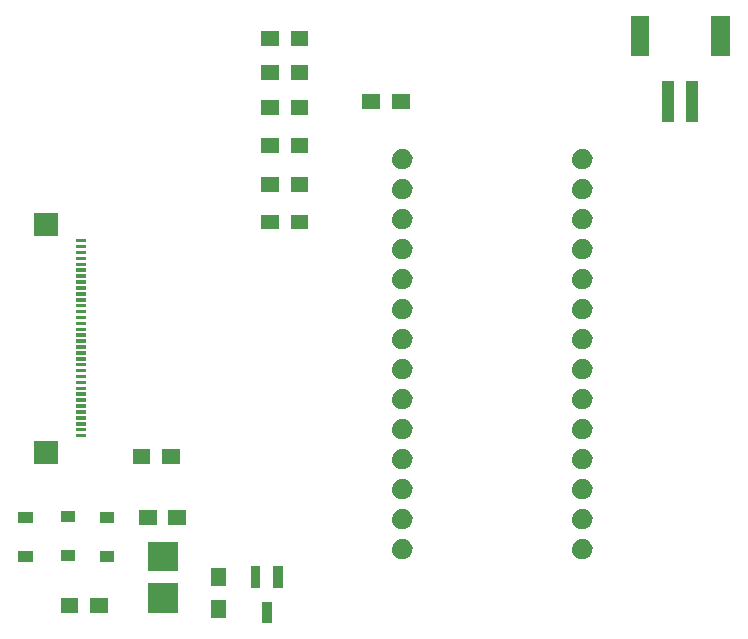
<source format=gts>
G04 #@! TF.FileFunction,Soldermask,Top*
%FSLAX46Y46*%
G04 Gerber Fmt 4.6, Leading zero omitted, Abs format (unit mm)*
G04 Created by KiCad (PCBNEW 4.0.6) date Wed Aug 30 21:06:07 2017*
%MOMM*%
%LPD*%
G01*
G04 APERTURE LIST*
%ADD10C,0.100000*%
G04 APERTURE END LIST*
D10*
G36*
X96188170Y-84737730D02*
X95388070Y-84737730D01*
X95388070Y-82936870D01*
X96188170Y-82936870D01*
X96188170Y-84737730D01*
X96188170Y-84737730D01*
G37*
G36*
X92318120Y-84286160D02*
X91018120Y-84286160D01*
X91018120Y-82786160D01*
X92318120Y-82786160D01*
X92318120Y-84286160D01*
X92318120Y-84286160D01*
G37*
G36*
X82317340Y-83858260D02*
X80817340Y-83858260D01*
X80817340Y-82608260D01*
X82317340Y-82608260D01*
X82317340Y-83858260D01*
X82317340Y-83858260D01*
G37*
G36*
X79817340Y-83858260D02*
X78317340Y-83858260D01*
X78317340Y-82608260D01*
X79817340Y-82608260D01*
X79817340Y-83858260D01*
X79817340Y-83858260D01*
G37*
G36*
X88258120Y-83836160D02*
X85758120Y-83836160D01*
X85758120Y-81336160D01*
X88258120Y-81336160D01*
X88258120Y-83836160D01*
X88258120Y-83836160D01*
G37*
G36*
X97138170Y-81735450D02*
X96338070Y-81735450D01*
X96338070Y-79934590D01*
X97138170Y-79934590D01*
X97138170Y-81735450D01*
X97138170Y-81735450D01*
G37*
G36*
X95238170Y-81735450D02*
X94438070Y-81735450D01*
X94438070Y-79934590D01*
X95238170Y-79934590D01*
X95238170Y-81735450D01*
X95238170Y-81735450D01*
G37*
G36*
X92318120Y-81586160D02*
X91018120Y-81586160D01*
X91018120Y-80086160D01*
X92318120Y-80086160D01*
X92318120Y-81586160D01*
X92318120Y-81586160D01*
G37*
G36*
X88258120Y-80336160D02*
X85758120Y-80336160D01*
X85758120Y-77836160D01*
X88258120Y-77836160D01*
X88258120Y-80336160D01*
X88258120Y-80336160D01*
G37*
G36*
X82865360Y-79539680D02*
X81645360Y-79539680D01*
X81645360Y-78629680D01*
X82865360Y-78629680D01*
X82865360Y-79539680D01*
X82865360Y-79539680D01*
G37*
G36*
X75964180Y-79539680D02*
X74744180Y-79539680D01*
X74744180Y-78629680D01*
X75964180Y-78629680D01*
X75964180Y-79539680D01*
X75964180Y-79539680D01*
G37*
G36*
X79568440Y-79455860D02*
X78348440Y-79455860D01*
X78348440Y-78545860D01*
X79568440Y-78545860D01*
X79568440Y-79455860D01*
X79568440Y-79455860D01*
G37*
G36*
X107338826Y-77603134D02*
X107504731Y-77637189D01*
X107660858Y-77702819D01*
X107801260Y-77797520D01*
X107920605Y-77917702D01*
X108014324Y-78058760D01*
X108078864Y-78215346D01*
X108111707Y-78381215D01*
X108111707Y-78381227D01*
X108111757Y-78381480D01*
X108109056Y-78574922D01*
X108108998Y-78575177D01*
X108108998Y-78575183D01*
X108071536Y-78740073D01*
X108002650Y-78894794D01*
X107905027Y-79033183D01*
X107782377Y-79149981D01*
X107639384Y-79240727D01*
X107481480Y-79301974D01*
X107314698Y-79331383D01*
X107145369Y-79327835D01*
X106979960Y-79291468D01*
X106824767Y-79223666D01*
X106685696Y-79127009D01*
X106568046Y-79005179D01*
X106476301Y-78862818D01*
X106413956Y-78705354D01*
X106383383Y-78538772D01*
X106385748Y-78369428D01*
X106420959Y-78203771D01*
X106487678Y-78048104D01*
X106583363Y-77908360D01*
X106704363Y-77789868D01*
X106846080Y-77697131D01*
X107003113Y-77633685D01*
X107169470Y-77601951D01*
X107338826Y-77603134D01*
X107338826Y-77603134D01*
G37*
G36*
X122578826Y-77603134D02*
X122744731Y-77637189D01*
X122900858Y-77702819D01*
X123041260Y-77797520D01*
X123160605Y-77917702D01*
X123254324Y-78058760D01*
X123318864Y-78215346D01*
X123351707Y-78381215D01*
X123351707Y-78381227D01*
X123351757Y-78381480D01*
X123349056Y-78574922D01*
X123348998Y-78575177D01*
X123348998Y-78575183D01*
X123311536Y-78740073D01*
X123242650Y-78894794D01*
X123145027Y-79033183D01*
X123022377Y-79149981D01*
X122879384Y-79240727D01*
X122721480Y-79301974D01*
X122554698Y-79331383D01*
X122385369Y-79327835D01*
X122219960Y-79291468D01*
X122064767Y-79223666D01*
X121925696Y-79127009D01*
X121808046Y-79005179D01*
X121716301Y-78862818D01*
X121653956Y-78705354D01*
X121623383Y-78538772D01*
X121625748Y-78369428D01*
X121660959Y-78203771D01*
X121727678Y-78048104D01*
X121823363Y-77908360D01*
X121944363Y-77789868D01*
X122086080Y-77697131D01*
X122243113Y-77633685D01*
X122409470Y-77601951D01*
X122578826Y-77603134D01*
X122578826Y-77603134D01*
G37*
G36*
X122578826Y-75063134D02*
X122744731Y-75097189D01*
X122900858Y-75162819D01*
X123041260Y-75257520D01*
X123160605Y-75377702D01*
X123254324Y-75518760D01*
X123318864Y-75675346D01*
X123351707Y-75841215D01*
X123351707Y-75841227D01*
X123351757Y-75841480D01*
X123349056Y-76034922D01*
X123348998Y-76035177D01*
X123348998Y-76035183D01*
X123311536Y-76200073D01*
X123242650Y-76354794D01*
X123145027Y-76493183D01*
X123022377Y-76609981D01*
X122879384Y-76700727D01*
X122721480Y-76761974D01*
X122554698Y-76791383D01*
X122385369Y-76787835D01*
X122219960Y-76751468D01*
X122064767Y-76683666D01*
X121925696Y-76587009D01*
X121808046Y-76465179D01*
X121716301Y-76322818D01*
X121653956Y-76165354D01*
X121623383Y-75998772D01*
X121625748Y-75829428D01*
X121660959Y-75663771D01*
X121727678Y-75508104D01*
X121823363Y-75368360D01*
X121944363Y-75249868D01*
X122086080Y-75157131D01*
X122243113Y-75093685D01*
X122409470Y-75061951D01*
X122578826Y-75063134D01*
X122578826Y-75063134D01*
G37*
G36*
X107338826Y-75063134D02*
X107504731Y-75097189D01*
X107660858Y-75162819D01*
X107801260Y-75257520D01*
X107920605Y-75377702D01*
X108014324Y-75518760D01*
X108078864Y-75675346D01*
X108111707Y-75841215D01*
X108111707Y-75841227D01*
X108111757Y-75841480D01*
X108109056Y-76034922D01*
X108108998Y-76035177D01*
X108108998Y-76035183D01*
X108071536Y-76200073D01*
X108002650Y-76354794D01*
X107905027Y-76493183D01*
X107782377Y-76609981D01*
X107639384Y-76700727D01*
X107481480Y-76761974D01*
X107314698Y-76791383D01*
X107145369Y-76787835D01*
X106979960Y-76751468D01*
X106824767Y-76683666D01*
X106685696Y-76587009D01*
X106568046Y-76465179D01*
X106476301Y-76322818D01*
X106413956Y-76165354D01*
X106383383Y-75998772D01*
X106385748Y-75829428D01*
X106420959Y-75663771D01*
X106487678Y-75508104D01*
X106583363Y-75368360D01*
X106704363Y-75249868D01*
X106846080Y-75157131D01*
X107003113Y-75093685D01*
X107169470Y-75061951D01*
X107338826Y-75063134D01*
X107338826Y-75063134D01*
G37*
G36*
X86438120Y-76431160D02*
X84938120Y-76431160D01*
X84938120Y-75181160D01*
X86438120Y-75181160D01*
X86438120Y-76431160D01*
X86438120Y-76431160D01*
G37*
G36*
X88938120Y-76431160D02*
X87438120Y-76431160D01*
X87438120Y-75181160D01*
X88938120Y-75181160D01*
X88938120Y-76431160D01*
X88938120Y-76431160D01*
G37*
G36*
X75964180Y-76269680D02*
X74744180Y-76269680D01*
X74744180Y-75359680D01*
X75964180Y-75359680D01*
X75964180Y-76269680D01*
X75964180Y-76269680D01*
G37*
G36*
X82865360Y-76269680D02*
X81645360Y-76269680D01*
X81645360Y-75359680D01*
X82865360Y-75359680D01*
X82865360Y-76269680D01*
X82865360Y-76269680D01*
G37*
G36*
X79568440Y-76185860D02*
X78348440Y-76185860D01*
X78348440Y-75275860D01*
X79568440Y-75275860D01*
X79568440Y-76185860D01*
X79568440Y-76185860D01*
G37*
G36*
X122578826Y-72523134D02*
X122744731Y-72557189D01*
X122900858Y-72622819D01*
X123041260Y-72717520D01*
X123160605Y-72837702D01*
X123254324Y-72978760D01*
X123318864Y-73135346D01*
X123351707Y-73301215D01*
X123351707Y-73301227D01*
X123351757Y-73301480D01*
X123349056Y-73494922D01*
X123348998Y-73495177D01*
X123348998Y-73495183D01*
X123311536Y-73660073D01*
X123242650Y-73814794D01*
X123145027Y-73953183D01*
X123022377Y-74069981D01*
X122879384Y-74160727D01*
X122721480Y-74221974D01*
X122554698Y-74251383D01*
X122385369Y-74247835D01*
X122219960Y-74211468D01*
X122064767Y-74143666D01*
X121925696Y-74047009D01*
X121808046Y-73925179D01*
X121716301Y-73782818D01*
X121653956Y-73625354D01*
X121623383Y-73458772D01*
X121625748Y-73289428D01*
X121660959Y-73123771D01*
X121727678Y-72968104D01*
X121823363Y-72828360D01*
X121944363Y-72709868D01*
X122086080Y-72617131D01*
X122243113Y-72553685D01*
X122409470Y-72521951D01*
X122578826Y-72523134D01*
X122578826Y-72523134D01*
G37*
G36*
X107338826Y-72523134D02*
X107504731Y-72557189D01*
X107660858Y-72622819D01*
X107801260Y-72717520D01*
X107920605Y-72837702D01*
X108014324Y-72978760D01*
X108078864Y-73135346D01*
X108111707Y-73301215D01*
X108111707Y-73301227D01*
X108111757Y-73301480D01*
X108109056Y-73494922D01*
X108108998Y-73495177D01*
X108108998Y-73495183D01*
X108071536Y-73660073D01*
X108002650Y-73814794D01*
X107905027Y-73953183D01*
X107782377Y-74069981D01*
X107639384Y-74160727D01*
X107481480Y-74221974D01*
X107314698Y-74251383D01*
X107145369Y-74247835D01*
X106979960Y-74211468D01*
X106824767Y-74143666D01*
X106685696Y-74047009D01*
X106568046Y-73925179D01*
X106476301Y-73782818D01*
X106413956Y-73625354D01*
X106383383Y-73458772D01*
X106385748Y-73289428D01*
X106420959Y-73123771D01*
X106487678Y-72968104D01*
X106583363Y-72828360D01*
X106704363Y-72709868D01*
X106846080Y-72617131D01*
X107003113Y-72553685D01*
X107169470Y-72521951D01*
X107338826Y-72523134D01*
X107338826Y-72523134D01*
G37*
G36*
X107338826Y-69983134D02*
X107504731Y-70017189D01*
X107660858Y-70082819D01*
X107801260Y-70177520D01*
X107920605Y-70297702D01*
X108014324Y-70438760D01*
X108078864Y-70595346D01*
X108111707Y-70761215D01*
X108111707Y-70761227D01*
X108111757Y-70761480D01*
X108109056Y-70954922D01*
X108108998Y-70955177D01*
X108108998Y-70955183D01*
X108071536Y-71120073D01*
X108002650Y-71274794D01*
X107905027Y-71413183D01*
X107782377Y-71529981D01*
X107639384Y-71620727D01*
X107481480Y-71681974D01*
X107314698Y-71711383D01*
X107145369Y-71707835D01*
X106979960Y-71671468D01*
X106824767Y-71603666D01*
X106685696Y-71507009D01*
X106568046Y-71385179D01*
X106476301Y-71242818D01*
X106413956Y-71085354D01*
X106383383Y-70918772D01*
X106385748Y-70749428D01*
X106420959Y-70583771D01*
X106487678Y-70428104D01*
X106583363Y-70288360D01*
X106704363Y-70169868D01*
X106846080Y-70077131D01*
X107003113Y-70013685D01*
X107169470Y-69981951D01*
X107338826Y-69983134D01*
X107338826Y-69983134D01*
G37*
G36*
X122578826Y-69983134D02*
X122744731Y-70017189D01*
X122900858Y-70082819D01*
X123041260Y-70177520D01*
X123160605Y-70297702D01*
X123254324Y-70438760D01*
X123318864Y-70595346D01*
X123351707Y-70761215D01*
X123351707Y-70761227D01*
X123351757Y-70761480D01*
X123349056Y-70954922D01*
X123348998Y-70955177D01*
X123348998Y-70955183D01*
X123311536Y-71120073D01*
X123242650Y-71274794D01*
X123145027Y-71413183D01*
X123022377Y-71529981D01*
X122879384Y-71620727D01*
X122721480Y-71681974D01*
X122554698Y-71711383D01*
X122385369Y-71707835D01*
X122219960Y-71671468D01*
X122064767Y-71603666D01*
X121925696Y-71507009D01*
X121808046Y-71385179D01*
X121716301Y-71242818D01*
X121653956Y-71085354D01*
X121623383Y-70918772D01*
X121625748Y-70749428D01*
X121660959Y-70583771D01*
X121727678Y-70428104D01*
X121823363Y-70288360D01*
X121944363Y-70169868D01*
X122086080Y-70077131D01*
X122243113Y-70013685D01*
X122409470Y-69981951D01*
X122578826Y-69983134D01*
X122578826Y-69983134D01*
G37*
G36*
X78078840Y-71281800D02*
X76078840Y-71281800D01*
X76078840Y-69281800D01*
X78078840Y-69281800D01*
X78078840Y-71281800D01*
X78078840Y-71281800D01*
G37*
G36*
X85918120Y-71221160D02*
X84418120Y-71221160D01*
X84418120Y-69971160D01*
X85918120Y-69971160D01*
X85918120Y-71221160D01*
X85918120Y-71221160D01*
G37*
G36*
X88418120Y-71221160D02*
X86918120Y-71221160D01*
X86918120Y-69971160D01*
X88418120Y-69971160D01*
X88418120Y-71221160D01*
X88418120Y-71221160D01*
G37*
G36*
X122578826Y-67443134D02*
X122744731Y-67477189D01*
X122900858Y-67542819D01*
X123041260Y-67637520D01*
X123160605Y-67757702D01*
X123254324Y-67898760D01*
X123318864Y-68055346D01*
X123351707Y-68221215D01*
X123351707Y-68221227D01*
X123351757Y-68221480D01*
X123349056Y-68414922D01*
X123348998Y-68415177D01*
X123348998Y-68415183D01*
X123311536Y-68580073D01*
X123242650Y-68734794D01*
X123145027Y-68873183D01*
X123022377Y-68989981D01*
X122879384Y-69080727D01*
X122721480Y-69141974D01*
X122554698Y-69171383D01*
X122385369Y-69167835D01*
X122219960Y-69131468D01*
X122064767Y-69063666D01*
X121925696Y-68967009D01*
X121808046Y-68845179D01*
X121716301Y-68702818D01*
X121653956Y-68545354D01*
X121623383Y-68378772D01*
X121625748Y-68209428D01*
X121660959Y-68043771D01*
X121727678Y-67888104D01*
X121823363Y-67748360D01*
X121944363Y-67629868D01*
X122086080Y-67537131D01*
X122243113Y-67473685D01*
X122409470Y-67441951D01*
X122578826Y-67443134D01*
X122578826Y-67443134D01*
G37*
G36*
X107338826Y-67443134D02*
X107504731Y-67477189D01*
X107660858Y-67542819D01*
X107801260Y-67637520D01*
X107920605Y-67757702D01*
X108014324Y-67898760D01*
X108078864Y-68055346D01*
X108111707Y-68221215D01*
X108111707Y-68221227D01*
X108111757Y-68221480D01*
X108109056Y-68414922D01*
X108108998Y-68415177D01*
X108108998Y-68415183D01*
X108071536Y-68580073D01*
X108002650Y-68734794D01*
X107905027Y-68873183D01*
X107782377Y-68989981D01*
X107639384Y-69080727D01*
X107481480Y-69141974D01*
X107314698Y-69171383D01*
X107145369Y-69167835D01*
X106979960Y-69131468D01*
X106824767Y-69063666D01*
X106685696Y-68967009D01*
X106568046Y-68845179D01*
X106476301Y-68702818D01*
X106413956Y-68545354D01*
X106383383Y-68378772D01*
X106385748Y-68209428D01*
X106420959Y-68043771D01*
X106487678Y-67888104D01*
X106583363Y-67748360D01*
X106704363Y-67629868D01*
X106846080Y-67537131D01*
X107003113Y-67473685D01*
X107169470Y-67441951D01*
X107338826Y-67443134D01*
X107338826Y-67443134D01*
G37*
G36*
X80431840Y-69004800D02*
X79631840Y-69004800D01*
X79631840Y-68704800D01*
X80431840Y-68704800D01*
X80431840Y-69004800D01*
X80431840Y-69004800D01*
G37*
G36*
X80431840Y-68504800D02*
X79631840Y-68504800D01*
X79631840Y-68204800D01*
X80431840Y-68204800D01*
X80431840Y-68504800D01*
X80431840Y-68504800D01*
G37*
G36*
X80431840Y-68004800D02*
X79631840Y-68004800D01*
X79631840Y-67704800D01*
X80431840Y-67704800D01*
X80431840Y-68004800D01*
X80431840Y-68004800D01*
G37*
G36*
X80431840Y-67504800D02*
X79631840Y-67504800D01*
X79631840Y-67204800D01*
X80431840Y-67204800D01*
X80431840Y-67504800D01*
X80431840Y-67504800D01*
G37*
G36*
X80431840Y-67004800D02*
X79631840Y-67004800D01*
X79631840Y-66704800D01*
X80431840Y-66704800D01*
X80431840Y-67004800D01*
X80431840Y-67004800D01*
G37*
G36*
X122578826Y-64903134D02*
X122744731Y-64937189D01*
X122900858Y-65002819D01*
X123041260Y-65097520D01*
X123160605Y-65217702D01*
X123254324Y-65358760D01*
X123318864Y-65515346D01*
X123351707Y-65681215D01*
X123351707Y-65681227D01*
X123351757Y-65681480D01*
X123349056Y-65874922D01*
X123348998Y-65875177D01*
X123348998Y-65875183D01*
X123311536Y-66040073D01*
X123242650Y-66194794D01*
X123145027Y-66333183D01*
X123022377Y-66449981D01*
X122879384Y-66540727D01*
X122721480Y-66601974D01*
X122554698Y-66631383D01*
X122385369Y-66627835D01*
X122219960Y-66591468D01*
X122064767Y-66523666D01*
X121925696Y-66427009D01*
X121808046Y-66305179D01*
X121716301Y-66162818D01*
X121653956Y-66005354D01*
X121623383Y-65838772D01*
X121625748Y-65669428D01*
X121660959Y-65503771D01*
X121727678Y-65348104D01*
X121823363Y-65208360D01*
X121944363Y-65089868D01*
X122086080Y-64997131D01*
X122243113Y-64933685D01*
X122409470Y-64901951D01*
X122578826Y-64903134D01*
X122578826Y-64903134D01*
G37*
G36*
X107338826Y-64903134D02*
X107504731Y-64937189D01*
X107660858Y-65002819D01*
X107801260Y-65097520D01*
X107920605Y-65217702D01*
X108014324Y-65358760D01*
X108078864Y-65515346D01*
X108111707Y-65681215D01*
X108111707Y-65681227D01*
X108111757Y-65681480D01*
X108109056Y-65874922D01*
X108108998Y-65875177D01*
X108108998Y-65875183D01*
X108071536Y-66040073D01*
X108002650Y-66194794D01*
X107905027Y-66333183D01*
X107782377Y-66449981D01*
X107639384Y-66540727D01*
X107481480Y-66601974D01*
X107314698Y-66631383D01*
X107145369Y-66627835D01*
X106979960Y-66591468D01*
X106824767Y-66523666D01*
X106685696Y-66427009D01*
X106568046Y-66305179D01*
X106476301Y-66162818D01*
X106413956Y-66005354D01*
X106383383Y-65838772D01*
X106385748Y-65669428D01*
X106420959Y-65503771D01*
X106487678Y-65348104D01*
X106583363Y-65208360D01*
X106704363Y-65089868D01*
X106846080Y-64997131D01*
X107003113Y-64933685D01*
X107169470Y-64901951D01*
X107338826Y-64903134D01*
X107338826Y-64903134D01*
G37*
G36*
X80431840Y-66504800D02*
X79631840Y-66504800D01*
X79631840Y-66204800D01*
X80431840Y-66204800D01*
X80431840Y-66504800D01*
X80431840Y-66504800D01*
G37*
G36*
X80431840Y-66004800D02*
X79631840Y-66004800D01*
X79631840Y-65704800D01*
X80431840Y-65704800D01*
X80431840Y-66004800D01*
X80431840Y-66004800D01*
G37*
G36*
X80431840Y-65504800D02*
X79631840Y-65504800D01*
X79631840Y-65204800D01*
X80431840Y-65204800D01*
X80431840Y-65504800D01*
X80431840Y-65504800D01*
G37*
G36*
X80431840Y-65004800D02*
X79631840Y-65004800D01*
X79631840Y-64704800D01*
X80431840Y-64704800D01*
X80431840Y-65004800D01*
X80431840Y-65004800D01*
G37*
G36*
X80431840Y-64504800D02*
X79631840Y-64504800D01*
X79631840Y-64204800D01*
X80431840Y-64204800D01*
X80431840Y-64504800D01*
X80431840Y-64504800D01*
G37*
G36*
X122578826Y-62363134D02*
X122744731Y-62397189D01*
X122900858Y-62462819D01*
X123041260Y-62557520D01*
X123160605Y-62677702D01*
X123254324Y-62818760D01*
X123318864Y-62975346D01*
X123351707Y-63141215D01*
X123351707Y-63141227D01*
X123351757Y-63141480D01*
X123349056Y-63334922D01*
X123348998Y-63335177D01*
X123348998Y-63335183D01*
X123311536Y-63500073D01*
X123242650Y-63654794D01*
X123145027Y-63793183D01*
X123022377Y-63909981D01*
X122879384Y-64000727D01*
X122721480Y-64061974D01*
X122554698Y-64091383D01*
X122385369Y-64087835D01*
X122219960Y-64051468D01*
X122064767Y-63983666D01*
X121925696Y-63887009D01*
X121808046Y-63765179D01*
X121716301Y-63622818D01*
X121653956Y-63465354D01*
X121623383Y-63298772D01*
X121625748Y-63129428D01*
X121660959Y-62963771D01*
X121727678Y-62808104D01*
X121823363Y-62668360D01*
X121944363Y-62549868D01*
X122086080Y-62457131D01*
X122243113Y-62393685D01*
X122409470Y-62361951D01*
X122578826Y-62363134D01*
X122578826Y-62363134D01*
G37*
G36*
X107338826Y-62363134D02*
X107504731Y-62397189D01*
X107660858Y-62462819D01*
X107801260Y-62557520D01*
X107920605Y-62677702D01*
X108014324Y-62818760D01*
X108078864Y-62975346D01*
X108111707Y-63141215D01*
X108111707Y-63141227D01*
X108111757Y-63141480D01*
X108109056Y-63334922D01*
X108108998Y-63335177D01*
X108108998Y-63335183D01*
X108071536Y-63500073D01*
X108002650Y-63654794D01*
X107905027Y-63793183D01*
X107782377Y-63909981D01*
X107639384Y-64000727D01*
X107481480Y-64061974D01*
X107314698Y-64091383D01*
X107145369Y-64087835D01*
X106979960Y-64051468D01*
X106824767Y-63983666D01*
X106685696Y-63887009D01*
X106568046Y-63765179D01*
X106476301Y-63622818D01*
X106413956Y-63465354D01*
X106383383Y-63298772D01*
X106385748Y-63129428D01*
X106420959Y-62963771D01*
X106487678Y-62808104D01*
X106583363Y-62668360D01*
X106704363Y-62549868D01*
X106846080Y-62457131D01*
X107003113Y-62393685D01*
X107169470Y-62361951D01*
X107338826Y-62363134D01*
X107338826Y-62363134D01*
G37*
G36*
X80431840Y-64004800D02*
X79631840Y-64004800D01*
X79631840Y-63704800D01*
X80431840Y-63704800D01*
X80431840Y-64004800D01*
X80431840Y-64004800D01*
G37*
G36*
X80431840Y-63504800D02*
X79631840Y-63504800D01*
X79631840Y-63204800D01*
X80431840Y-63204800D01*
X80431840Y-63504800D01*
X80431840Y-63504800D01*
G37*
G36*
X80431840Y-63004800D02*
X79631840Y-63004800D01*
X79631840Y-62704800D01*
X80431840Y-62704800D01*
X80431840Y-63004800D01*
X80431840Y-63004800D01*
G37*
G36*
X80431840Y-62504800D02*
X79631840Y-62504800D01*
X79631840Y-62204800D01*
X80431840Y-62204800D01*
X80431840Y-62504800D01*
X80431840Y-62504800D01*
G37*
G36*
X80431840Y-62004800D02*
X79631840Y-62004800D01*
X79631840Y-61704800D01*
X80431840Y-61704800D01*
X80431840Y-62004800D01*
X80431840Y-62004800D01*
G37*
G36*
X122578826Y-59823134D02*
X122744731Y-59857189D01*
X122900858Y-59922819D01*
X123041260Y-60017520D01*
X123160605Y-60137702D01*
X123254324Y-60278760D01*
X123318864Y-60435346D01*
X123351707Y-60601215D01*
X123351707Y-60601227D01*
X123351757Y-60601480D01*
X123349056Y-60794922D01*
X123348998Y-60795177D01*
X123348998Y-60795183D01*
X123311536Y-60960073D01*
X123242650Y-61114794D01*
X123145027Y-61253183D01*
X123022377Y-61369981D01*
X122879384Y-61460727D01*
X122721480Y-61521974D01*
X122554698Y-61551383D01*
X122385369Y-61547835D01*
X122219960Y-61511468D01*
X122064767Y-61443666D01*
X121925696Y-61347009D01*
X121808046Y-61225179D01*
X121716301Y-61082818D01*
X121653956Y-60925354D01*
X121623383Y-60758772D01*
X121625748Y-60589428D01*
X121660959Y-60423771D01*
X121727678Y-60268104D01*
X121823363Y-60128360D01*
X121944363Y-60009868D01*
X122086080Y-59917131D01*
X122243113Y-59853685D01*
X122409470Y-59821951D01*
X122578826Y-59823134D01*
X122578826Y-59823134D01*
G37*
G36*
X107338826Y-59823134D02*
X107504731Y-59857189D01*
X107660858Y-59922819D01*
X107801260Y-60017520D01*
X107920605Y-60137702D01*
X108014324Y-60278760D01*
X108078864Y-60435346D01*
X108111707Y-60601215D01*
X108111707Y-60601227D01*
X108111757Y-60601480D01*
X108109056Y-60794922D01*
X108108998Y-60795177D01*
X108108998Y-60795183D01*
X108071536Y-60960073D01*
X108002650Y-61114794D01*
X107905027Y-61253183D01*
X107782377Y-61369981D01*
X107639384Y-61460727D01*
X107481480Y-61521974D01*
X107314698Y-61551383D01*
X107145369Y-61547835D01*
X106979960Y-61511468D01*
X106824767Y-61443666D01*
X106685696Y-61347009D01*
X106568046Y-61225179D01*
X106476301Y-61082818D01*
X106413956Y-60925354D01*
X106383383Y-60758772D01*
X106385748Y-60589428D01*
X106420959Y-60423771D01*
X106487678Y-60268104D01*
X106583363Y-60128360D01*
X106704363Y-60009868D01*
X106846080Y-59917131D01*
X107003113Y-59853685D01*
X107169470Y-59821951D01*
X107338826Y-59823134D01*
X107338826Y-59823134D01*
G37*
G36*
X80431840Y-61504800D02*
X79631840Y-61504800D01*
X79631840Y-61204800D01*
X80431840Y-61204800D01*
X80431840Y-61504800D01*
X80431840Y-61504800D01*
G37*
G36*
X80431840Y-61004800D02*
X79631840Y-61004800D01*
X79631840Y-60704800D01*
X80431840Y-60704800D01*
X80431840Y-61004800D01*
X80431840Y-61004800D01*
G37*
G36*
X80431840Y-60504800D02*
X79631840Y-60504800D01*
X79631840Y-60204800D01*
X80431840Y-60204800D01*
X80431840Y-60504800D01*
X80431840Y-60504800D01*
G37*
G36*
X80431840Y-60004800D02*
X79631840Y-60004800D01*
X79631840Y-59704800D01*
X80431840Y-59704800D01*
X80431840Y-60004800D01*
X80431840Y-60004800D01*
G37*
G36*
X80431840Y-59504800D02*
X79631840Y-59504800D01*
X79631840Y-59204800D01*
X80431840Y-59204800D01*
X80431840Y-59504800D01*
X80431840Y-59504800D01*
G37*
G36*
X107338826Y-57283134D02*
X107504731Y-57317189D01*
X107660858Y-57382819D01*
X107801260Y-57477520D01*
X107920605Y-57597702D01*
X108014324Y-57738760D01*
X108078864Y-57895346D01*
X108111707Y-58061215D01*
X108111707Y-58061227D01*
X108111757Y-58061480D01*
X108109056Y-58254922D01*
X108108998Y-58255177D01*
X108108998Y-58255183D01*
X108071536Y-58420073D01*
X108002650Y-58574794D01*
X107905027Y-58713183D01*
X107782377Y-58829981D01*
X107639384Y-58920727D01*
X107481480Y-58981974D01*
X107314698Y-59011383D01*
X107145369Y-59007835D01*
X106979960Y-58971468D01*
X106824767Y-58903666D01*
X106685696Y-58807009D01*
X106568046Y-58685179D01*
X106476301Y-58542818D01*
X106413956Y-58385354D01*
X106383383Y-58218772D01*
X106385748Y-58049428D01*
X106420959Y-57883771D01*
X106487678Y-57728104D01*
X106583363Y-57588360D01*
X106704363Y-57469868D01*
X106846080Y-57377131D01*
X107003113Y-57313685D01*
X107169470Y-57281951D01*
X107338826Y-57283134D01*
X107338826Y-57283134D01*
G37*
G36*
X122578826Y-57283134D02*
X122744731Y-57317189D01*
X122900858Y-57382819D01*
X123041260Y-57477520D01*
X123160605Y-57597702D01*
X123254324Y-57738760D01*
X123318864Y-57895346D01*
X123351707Y-58061215D01*
X123351707Y-58061227D01*
X123351757Y-58061480D01*
X123349056Y-58254922D01*
X123348998Y-58255177D01*
X123348998Y-58255183D01*
X123311536Y-58420073D01*
X123242650Y-58574794D01*
X123145027Y-58713183D01*
X123022377Y-58829981D01*
X122879384Y-58920727D01*
X122721480Y-58981974D01*
X122554698Y-59011383D01*
X122385369Y-59007835D01*
X122219960Y-58971468D01*
X122064767Y-58903666D01*
X121925696Y-58807009D01*
X121808046Y-58685179D01*
X121716301Y-58542818D01*
X121653956Y-58385354D01*
X121623383Y-58218772D01*
X121625748Y-58049428D01*
X121660959Y-57883771D01*
X121727678Y-57728104D01*
X121823363Y-57588360D01*
X121944363Y-57469868D01*
X122086080Y-57377131D01*
X122243113Y-57313685D01*
X122409470Y-57281951D01*
X122578826Y-57283134D01*
X122578826Y-57283134D01*
G37*
G36*
X80431840Y-59004800D02*
X79631840Y-59004800D01*
X79631840Y-58704800D01*
X80431840Y-58704800D01*
X80431840Y-59004800D01*
X80431840Y-59004800D01*
G37*
G36*
X80431840Y-58504800D02*
X79631840Y-58504800D01*
X79631840Y-58204800D01*
X80431840Y-58204800D01*
X80431840Y-58504800D01*
X80431840Y-58504800D01*
G37*
G36*
X80431840Y-58004800D02*
X79631840Y-58004800D01*
X79631840Y-57704800D01*
X80431840Y-57704800D01*
X80431840Y-58004800D01*
X80431840Y-58004800D01*
G37*
G36*
X80431840Y-57504800D02*
X79631840Y-57504800D01*
X79631840Y-57204800D01*
X80431840Y-57204800D01*
X80431840Y-57504800D01*
X80431840Y-57504800D01*
G37*
G36*
X80431840Y-57004800D02*
X79631840Y-57004800D01*
X79631840Y-56704800D01*
X80431840Y-56704800D01*
X80431840Y-57004800D01*
X80431840Y-57004800D01*
G37*
G36*
X80431840Y-56504800D02*
X79631840Y-56504800D01*
X79631840Y-56204800D01*
X80431840Y-56204800D01*
X80431840Y-56504800D01*
X80431840Y-56504800D01*
G37*
G36*
X122578826Y-54743134D02*
X122744731Y-54777189D01*
X122900858Y-54842819D01*
X123041260Y-54937520D01*
X123160605Y-55057702D01*
X123254324Y-55198760D01*
X123318864Y-55355346D01*
X123351707Y-55521215D01*
X123351707Y-55521227D01*
X123351757Y-55521480D01*
X123349056Y-55714922D01*
X123348998Y-55715177D01*
X123348998Y-55715183D01*
X123311536Y-55880073D01*
X123242650Y-56034794D01*
X123145027Y-56173183D01*
X123022377Y-56289981D01*
X122879384Y-56380727D01*
X122721480Y-56441974D01*
X122554698Y-56471383D01*
X122385369Y-56467835D01*
X122219960Y-56431468D01*
X122064767Y-56363666D01*
X121925696Y-56267009D01*
X121808046Y-56145179D01*
X121716301Y-56002818D01*
X121653956Y-55845354D01*
X121623383Y-55678772D01*
X121625748Y-55509428D01*
X121660959Y-55343771D01*
X121727678Y-55188104D01*
X121823363Y-55048360D01*
X121944363Y-54929868D01*
X122086080Y-54837131D01*
X122243113Y-54773685D01*
X122409470Y-54741951D01*
X122578826Y-54743134D01*
X122578826Y-54743134D01*
G37*
G36*
X107338826Y-54743134D02*
X107504731Y-54777189D01*
X107660858Y-54842819D01*
X107801260Y-54937520D01*
X107920605Y-55057702D01*
X108014324Y-55198760D01*
X108078864Y-55355346D01*
X108111707Y-55521215D01*
X108111707Y-55521227D01*
X108111757Y-55521480D01*
X108109056Y-55714922D01*
X108108998Y-55715177D01*
X108108998Y-55715183D01*
X108071536Y-55880073D01*
X108002650Y-56034794D01*
X107905027Y-56173183D01*
X107782377Y-56289981D01*
X107639384Y-56380727D01*
X107481480Y-56441974D01*
X107314698Y-56471383D01*
X107145369Y-56467835D01*
X106979960Y-56431468D01*
X106824767Y-56363666D01*
X106685696Y-56267009D01*
X106568046Y-56145179D01*
X106476301Y-56002818D01*
X106413956Y-55845354D01*
X106383383Y-55678772D01*
X106385748Y-55509428D01*
X106420959Y-55343771D01*
X106487678Y-55188104D01*
X106583363Y-55048360D01*
X106704363Y-54929868D01*
X106846080Y-54837131D01*
X107003113Y-54773685D01*
X107169470Y-54741951D01*
X107338826Y-54743134D01*
X107338826Y-54743134D01*
G37*
G36*
X80431840Y-56004800D02*
X79631840Y-56004800D01*
X79631840Y-55704800D01*
X80431840Y-55704800D01*
X80431840Y-56004800D01*
X80431840Y-56004800D01*
G37*
G36*
X80431840Y-55504800D02*
X79631840Y-55504800D01*
X79631840Y-55204800D01*
X80431840Y-55204800D01*
X80431840Y-55504800D01*
X80431840Y-55504800D01*
G37*
G36*
X80431840Y-55004800D02*
X79631840Y-55004800D01*
X79631840Y-54704800D01*
X80431840Y-54704800D01*
X80431840Y-55004800D01*
X80431840Y-55004800D01*
G37*
G36*
X80431840Y-54504800D02*
X79631840Y-54504800D01*
X79631840Y-54204800D01*
X80431840Y-54204800D01*
X80431840Y-54504800D01*
X80431840Y-54504800D01*
G37*
G36*
X80431840Y-54004800D02*
X79631840Y-54004800D01*
X79631840Y-53704800D01*
X80431840Y-53704800D01*
X80431840Y-54004800D01*
X80431840Y-54004800D01*
G37*
G36*
X122578826Y-52203134D02*
X122744731Y-52237189D01*
X122900858Y-52302819D01*
X123041260Y-52397520D01*
X123160605Y-52517702D01*
X123254324Y-52658760D01*
X123318864Y-52815346D01*
X123351707Y-52981215D01*
X123351707Y-52981227D01*
X123351757Y-52981480D01*
X123349056Y-53174922D01*
X123348998Y-53175177D01*
X123348998Y-53175183D01*
X123311536Y-53340073D01*
X123242650Y-53494794D01*
X123145027Y-53633183D01*
X123022377Y-53749981D01*
X122879384Y-53840727D01*
X122721480Y-53901974D01*
X122554698Y-53931383D01*
X122385369Y-53927835D01*
X122219960Y-53891468D01*
X122064767Y-53823666D01*
X121925696Y-53727009D01*
X121808046Y-53605179D01*
X121716301Y-53462818D01*
X121653956Y-53305354D01*
X121623383Y-53138772D01*
X121625748Y-52969428D01*
X121660959Y-52803771D01*
X121727678Y-52648104D01*
X121823363Y-52508360D01*
X121944363Y-52389868D01*
X122086080Y-52297131D01*
X122243113Y-52233685D01*
X122409470Y-52201951D01*
X122578826Y-52203134D01*
X122578826Y-52203134D01*
G37*
G36*
X107338826Y-52203134D02*
X107504731Y-52237189D01*
X107660858Y-52302819D01*
X107801260Y-52397520D01*
X107920605Y-52517702D01*
X108014324Y-52658760D01*
X108078864Y-52815346D01*
X108111707Y-52981215D01*
X108111707Y-52981227D01*
X108111757Y-52981480D01*
X108109056Y-53174922D01*
X108108998Y-53175177D01*
X108108998Y-53175183D01*
X108071536Y-53340073D01*
X108002650Y-53494794D01*
X107905027Y-53633183D01*
X107782377Y-53749981D01*
X107639384Y-53840727D01*
X107481480Y-53901974D01*
X107314698Y-53931383D01*
X107145369Y-53927835D01*
X106979960Y-53891468D01*
X106824767Y-53823666D01*
X106685696Y-53727009D01*
X106568046Y-53605179D01*
X106476301Y-53462818D01*
X106413956Y-53305354D01*
X106383383Y-53138772D01*
X106385748Y-52969428D01*
X106420959Y-52803771D01*
X106487678Y-52648104D01*
X106583363Y-52508360D01*
X106704363Y-52389868D01*
X106846080Y-52297131D01*
X107003113Y-52233685D01*
X107169470Y-52201951D01*
X107338826Y-52203134D01*
X107338826Y-52203134D01*
G37*
G36*
X80431840Y-53504800D02*
X79631840Y-53504800D01*
X79631840Y-53204800D01*
X80431840Y-53204800D01*
X80431840Y-53504800D01*
X80431840Y-53504800D01*
G37*
G36*
X80431840Y-53004800D02*
X79631840Y-53004800D01*
X79631840Y-52704800D01*
X80431840Y-52704800D01*
X80431840Y-53004800D01*
X80431840Y-53004800D01*
G37*
G36*
X80431840Y-52504800D02*
X79631840Y-52504800D01*
X79631840Y-52204800D01*
X80431840Y-52204800D01*
X80431840Y-52504800D01*
X80431840Y-52504800D01*
G37*
G36*
X78078840Y-51977800D02*
X76078840Y-51977800D01*
X76078840Y-49977800D01*
X78078840Y-49977800D01*
X78078840Y-51977800D01*
X78078840Y-51977800D01*
G37*
G36*
X99298120Y-51401160D02*
X97798120Y-51401160D01*
X97798120Y-50151160D01*
X99298120Y-50151160D01*
X99298120Y-51401160D01*
X99298120Y-51401160D01*
G37*
G36*
X96798120Y-51401160D02*
X95298120Y-51401160D01*
X95298120Y-50151160D01*
X96798120Y-50151160D01*
X96798120Y-51401160D01*
X96798120Y-51401160D01*
G37*
G36*
X107338826Y-49663134D02*
X107504731Y-49697189D01*
X107660858Y-49762819D01*
X107801260Y-49857520D01*
X107920605Y-49977702D01*
X108014324Y-50118760D01*
X108078864Y-50275346D01*
X108111707Y-50441215D01*
X108111707Y-50441227D01*
X108111757Y-50441480D01*
X108109056Y-50634922D01*
X108108998Y-50635177D01*
X108108998Y-50635183D01*
X108071536Y-50800073D01*
X108002650Y-50954794D01*
X107905027Y-51093183D01*
X107782377Y-51209981D01*
X107639384Y-51300727D01*
X107481480Y-51361974D01*
X107314698Y-51391383D01*
X107145369Y-51387835D01*
X106979960Y-51351468D01*
X106824767Y-51283666D01*
X106685696Y-51187009D01*
X106568046Y-51065179D01*
X106476301Y-50922818D01*
X106413956Y-50765354D01*
X106383383Y-50598772D01*
X106385748Y-50429428D01*
X106420959Y-50263771D01*
X106487678Y-50108104D01*
X106583363Y-49968360D01*
X106704363Y-49849868D01*
X106846080Y-49757131D01*
X107003113Y-49693685D01*
X107169470Y-49661951D01*
X107338826Y-49663134D01*
X107338826Y-49663134D01*
G37*
G36*
X122578826Y-49663134D02*
X122744731Y-49697189D01*
X122900858Y-49762819D01*
X123041260Y-49857520D01*
X123160605Y-49977702D01*
X123254324Y-50118760D01*
X123318864Y-50275346D01*
X123351707Y-50441215D01*
X123351707Y-50441227D01*
X123351757Y-50441480D01*
X123349056Y-50634922D01*
X123348998Y-50635177D01*
X123348998Y-50635183D01*
X123311536Y-50800073D01*
X123242650Y-50954794D01*
X123145027Y-51093183D01*
X123022377Y-51209981D01*
X122879384Y-51300727D01*
X122721480Y-51361974D01*
X122554698Y-51391383D01*
X122385369Y-51387835D01*
X122219960Y-51351468D01*
X122064767Y-51283666D01*
X121925696Y-51187009D01*
X121808046Y-51065179D01*
X121716301Y-50922818D01*
X121653956Y-50765354D01*
X121623383Y-50598772D01*
X121625748Y-50429428D01*
X121660959Y-50263771D01*
X121727678Y-50108104D01*
X121823363Y-49968360D01*
X121944363Y-49849868D01*
X122086080Y-49757131D01*
X122243113Y-49693685D01*
X122409470Y-49661951D01*
X122578826Y-49663134D01*
X122578826Y-49663134D01*
G37*
G36*
X107338826Y-47123134D02*
X107504731Y-47157189D01*
X107660858Y-47222819D01*
X107801260Y-47317520D01*
X107920605Y-47437702D01*
X108014324Y-47578760D01*
X108078864Y-47735346D01*
X108111707Y-47901215D01*
X108111707Y-47901227D01*
X108111757Y-47901480D01*
X108109056Y-48094922D01*
X108108998Y-48095177D01*
X108108998Y-48095183D01*
X108071536Y-48260073D01*
X108002650Y-48414794D01*
X107905027Y-48553183D01*
X107782377Y-48669981D01*
X107639384Y-48760727D01*
X107481480Y-48821974D01*
X107314698Y-48851383D01*
X107145369Y-48847835D01*
X106979960Y-48811468D01*
X106824767Y-48743666D01*
X106685696Y-48647009D01*
X106568046Y-48525179D01*
X106476301Y-48382818D01*
X106413956Y-48225354D01*
X106383383Y-48058772D01*
X106385748Y-47889428D01*
X106420959Y-47723771D01*
X106487678Y-47568104D01*
X106583363Y-47428360D01*
X106704363Y-47309868D01*
X106846080Y-47217131D01*
X107003113Y-47153685D01*
X107169470Y-47121951D01*
X107338826Y-47123134D01*
X107338826Y-47123134D01*
G37*
G36*
X122578826Y-47123134D02*
X122744731Y-47157189D01*
X122900858Y-47222819D01*
X123041260Y-47317520D01*
X123160605Y-47437702D01*
X123254324Y-47578760D01*
X123318864Y-47735346D01*
X123351707Y-47901215D01*
X123351707Y-47901227D01*
X123351757Y-47901480D01*
X123349056Y-48094922D01*
X123348998Y-48095177D01*
X123348998Y-48095183D01*
X123311536Y-48260073D01*
X123242650Y-48414794D01*
X123145027Y-48553183D01*
X123022377Y-48669981D01*
X122879384Y-48760727D01*
X122721480Y-48821974D01*
X122554698Y-48851383D01*
X122385369Y-48847835D01*
X122219960Y-48811468D01*
X122064767Y-48743666D01*
X121925696Y-48647009D01*
X121808046Y-48525179D01*
X121716301Y-48382818D01*
X121653956Y-48225354D01*
X121623383Y-48058772D01*
X121625748Y-47889428D01*
X121660959Y-47723771D01*
X121727678Y-47568104D01*
X121823363Y-47428360D01*
X121944363Y-47309868D01*
X122086080Y-47217131D01*
X122243113Y-47153685D01*
X122409470Y-47121951D01*
X122578826Y-47123134D01*
X122578826Y-47123134D01*
G37*
G36*
X96798120Y-48201160D02*
X95298120Y-48201160D01*
X95298120Y-46951160D01*
X96798120Y-46951160D01*
X96798120Y-48201160D01*
X96798120Y-48201160D01*
G37*
G36*
X99298120Y-48201160D02*
X97798120Y-48201160D01*
X97798120Y-46951160D01*
X99298120Y-46951160D01*
X99298120Y-48201160D01*
X99298120Y-48201160D01*
G37*
G36*
X122578826Y-44583134D02*
X122744731Y-44617189D01*
X122900858Y-44682819D01*
X123041260Y-44777520D01*
X123160605Y-44897702D01*
X123254324Y-45038760D01*
X123318864Y-45195346D01*
X123351707Y-45361215D01*
X123351707Y-45361227D01*
X123351757Y-45361480D01*
X123349056Y-45554922D01*
X123348998Y-45555177D01*
X123348998Y-45555183D01*
X123311536Y-45720073D01*
X123242650Y-45874794D01*
X123145027Y-46013183D01*
X123022377Y-46129981D01*
X122879384Y-46220727D01*
X122721480Y-46281974D01*
X122554698Y-46311383D01*
X122385369Y-46307835D01*
X122219960Y-46271468D01*
X122064767Y-46203666D01*
X121925696Y-46107009D01*
X121808046Y-45985179D01*
X121716301Y-45842818D01*
X121653956Y-45685354D01*
X121623383Y-45518772D01*
X121625748Y-45349428D01*
X121660959Y-45183771D01*
X121727678Y-45028104D01*
X121823363Y-44888360D01*
X121944363Y-44769868D01*
X122086080Y-44677131D01*
X122243113Y-44613685D01*
X122409470Y-44581951D01*
X122578826Y-44583134D01*
X122578826Y-44583134D01*
G37*
G36*
X107338826Y-44583134D02*
X107504731Y-44617189D01*
X107660858Y-44682819D01*
X107801260Y-44777520D01*
X107920605Y-44897702D01*
X108014324Y-45038760D01*
X108078864Y-45195346D01*
X108111707Y-45361215D01*
X108111707Y-45361227D01*
X108111757Y-45361480D01*
X108109056Y-45554922D01*
X108108998Y-45555177D01*
X108108998Y-45555183D01*
X108071536Y-45720073D01*
X108002650Y-45874794D01*
X107905027Y-46013183D01*
X107782377Y-46129981D01*
X107639384Y-46220727D01*
X107481480Y-46281974D01*
X107314698Y-46311383D01*
X107145369Y-46307835D01*
X106979960Y-46271468D01*
X106824767Y-46203666D01*
X106685696Y-46107009D01*
X106568046Y-45985179D01*
X106476301Y-45842818D01*
X106413956Y-45685354D01*
X106383383Y-45518772D01*
X106385748Y-45349428D01*
X106420959Y-45183771D01*
X106487678Y-45028104D01*
X106583363Y-44888360D01*
X106704363Y-44769868D01*
X106846080Y-44677131D01*
X107003113Y-44613685D01*
X107169470Y-44581951D01*
X107338826Y-44583134D01*
X107338826Y-44583134D01*
G37*
G36*
X99298120Y-44951160D02*
X97798120Y-44951160D01*
X97798120Y-43701160D01*
X99298120Y-43701160D01*
X99298120Y-44951160D01*
X99298120Y-44951160D01*
G37*
G36*
X96798120Y-44951160D02*
X95298120Y-44951160D01*
X95298120Y-43701160D01*
X96798120Y-43701160D01*
X96798120Y-44951160D01*
X96798120Y-44951160D01*
G37*
G36*
X132270120Y-42291160D02*
X131270120Y-42291160D01*
X131270120Y-38791160D01*
X132270120Y-38791160D01*
X132270120Y-42291160D01*
X132270120Y-42291160D01*
G37*
G36*
X130270120Y-42291160D02*
X129270120Y-42291160D01*
X129270120Y-38791160D01*
X130270120Y-38791160D01*
X130270120Y-42291160D01*
X130270120Y-42291160D01*
G37*
G36*
X99298120Y-41701160D02*
X97798120Y-41701160D01*
X97798120Y-40451160D01*
X99298120Y-40451160D01*
X99298120Y-41701160D01*
X99298120Y-41701160D01*
G37*
G36*
X96798120Y-41701160D02*
X95298120Y-41701160D01*
X95298120Y-40451160D01*
X96798120Y-40451160D01*
X96798120Y-41701160D01*
X96798120Y-41701160D01*
G37*
G36*
X107874120Y-41183160D02*
X106374120Y-41183160D01*
X106374120Y-39933160D01*
X107874120Y-39933160D01*
X107874120Y-41183160D01*
X107874120Y-41183160D01*
G37*
G36*
X105374120Y-41183160D02*
X103874120Y-41183160D01*
X103874120Y-39933160D01*
X105374120Y-39933160D01*
X105374120Y-41183160D01*
X105374120Y-41183160D01*
G37*
G36*
X99298120Y-38751160D02*
X97798120Y-38751160D01*
X97798120Y-37501160D01*
X99298120Y-37501160D01*
X99298120Y-38751160D01*
X99298120Y-38751160D01*
G37*
G36*
X96798120Y-38751160D02*
X95298120Y-38751160D01*
X95298120Y-37501160D01*
X96798120Y-37501160D01*
X96798120Y-38751160D01*
X96798120Y-38751160D01*
G37*
G36*
X128170120Y-36691160D02*
X126570120Y-36691160D01*
X126570120Y-33291160D01*
X128170120Y-33291160D01*
X128170120Y-36691160D01*
X128170120Y-36691160D01*
G37*
G36*
X134970120Y-36691160D02*
X133370120Y-36691160D01*
X133370120Y-33291160D01*
X134970120Y-33291160D01*
X134970120Y-36691160D01*
X134970120Y-36691160D01*
G37*
G36*
X96798120Y-35851160D02*
X95298120Y-35851160D01*
X95298120Y-34601160D01*
X96798120Y-34601160D01*
X96798120Y-35851160D01*
X96798120Y-35851160D01*
G37*
G36*
X99298120Y-35851160D02*
X97798120Y-35851160D01*
X97798120Y-34601160D01*
X99298120Y-34601160D01*
X99298120Y-35851160D01*
X99298120Y-35851160D01*
G37*
M02*

</source>
